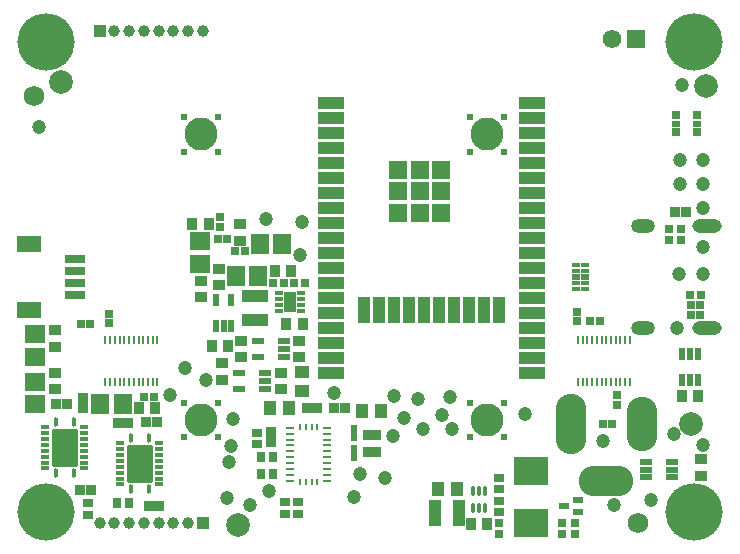
<source format=gts>
G04*
G04 #@! TF.GenerationSoftware,Altium Limited,Altium Designer,21.6.1 (37)*
G04*
G04 Layer_Color=8388736*
%FSLAX44Y44*%
%MOMM*%
G71*
G04*
G04 #@! TF.SameCoordinates,2C954E57-417A-4088-9090-092BEE8FAD55*
G04*
G04*
G04 #@! TF.FilePolarity,Negative*
G04*
G01*
G75*
%ADD52R,0.2500X0.5750*%
%ADD53R,0.6750X0.2500*%
%ADD58R,1.7032X1.5032*%
%ADD59R,1.5032X1.7032*%
%ADD60R,1.1032X1.2032*%
%ADD61R,0.8232X0.8232*%
G04:AMPARAMS|DCode=62|XSize=0.38mm|YSize=0.74mm|CornerRadius=0.13mm|HoleSize=0mm|Usage=FLASHONLY|Rotation=90.000|XOffset=0mm|YOffset=0mm|HoleType=Round|Shape=RoundedRectangle|*
%AMROUNDEDRECTD62*
21,1,0.3800,0.4800,0,0,90.0*
21,1,0.1200,0.7400,0,0,90.0*
1,1,0.2600,0.2400,0.0600*
1,1,0.2600,0.2400,-0.0600*
1,1,0.2600,-0.2400,-0.0600*
1,1,0.2600,-0.2400,0.0600*
%
%ADD62ROUNDEDRECTD62*%
G04:AMPARAMS|DCode=63|XSize=0.39mm|YSize=0.79mm|CornerRadius=0.1325mm|HoleSize=0mm|Usage=FLASHONLY|Rotation=0.000|XOffset=0mm|YOffset=0mm|HoleType=Round|Shape=RoundedRectangle|*
%AMROUNDEDRECTD63*
21,1,0.3900,0.5250,0,0,0.0*
21,1,0.1250,0.7900,0,0,0.0*
1,1,0.2650,0.0625,-0.2625*
1,1,0.2650,-0.0625,-0.2625*
1,1,0.2650,-0.0625,0.2625*
1,1,0.2650,0.0625,0.2625*
%
%ADD63ROUNDEDRECTD63*%
G04:AMPARAMS|DCode=64|XSize=2.19mm|YSize=3.19mm|CornerRadius=0.1213mm|HoleSize=0mm|Usage=FLASHONLY|Rotation=0.000|XOffset=0mm|YOffset=0mm|HoleType=Round|Shape=RoundedRectangle|*
%AMROUNDEDRECTD64*
21,1,2.1900,2.9475,0,0,0.0*
21,1,1.9475,3.1900,0,0,0.0*
1,1,0.2425,0.9738,-1.4738*
1,1,0.2425,-0.9738,-1.4738*
1,1,0.2425,-0.9738,1.4738*
1,1,0.2425,0.9738,1.4738*
%
%ADD64ROUNDEDRECTD64*%
%ADD65R,1.0532X0.5532*%
%ADD66R,0.5532X1.0532*%
%ADD67R,1.0000X0.5000*%
%ADD68R,0.6400X0.4200*%
%ADD69R,1.0400X1.7400*%
%ADD70R,0.5000X1.0000*%
%ADD71C,1.2032*%
%ADD72R,0.8532X0.7532*%
%ADD73R,0.7532X0.8532*%
%ADD74R,1.2032X1.1032*%
%ADD75R,0.7532X0.6532*%
%ADD76R,0.6532X0.7532*%
%ADD77R,0.9132X0.5032*%
%ADD78R,1.0032X2.2032*%
%ADD79R,2.2032X1.0032*%
%ADD80R,0.2500X0.7500*%
%ADD81C,2.0000*%
%ADD82R,0.6500X0.4000*%
%ADD83R,0.6500X0.5000*%
%ADD84R,0.8232X0.8232*%
%ADD85R,0.6232X0.6632*%
%ADD86R,0.7232X0.7232*%
%ADD87R,1.1032X0.9032*%
%ADD88R,0.9032X1.1032*%
%ADD89R,0.7232X0.7232*%
G04:AMPARAMS|DCode=90|XSize=0.4mm|YSize=0.77mm|CornerRadius=0.0995mm|HoleSize=0mm|Usage=FLASHONLY|Rotation=0.000|XOffset=0mm|YOffset=0mm|HoleType=Round|Shape=RoundedRectangle|*
%AMROUNDEDRECTD90*
21,1,0.4000,0.5710,0,0,0.0*
21,1,0.2010,0.7700,0,0,0.0*
1,1,0.1990,0.1005,-0.2855*
1,1,0.1990,-0.1005,-0.2855*
1,1,0.1990,-0.1005,0.2855*
1,1,0.1990,0.1005,0.2855*
%
%ADD90ROUNDEDRECTD90*%
%ADD91R,1.5332X1.5332*%
%ADD92R,1.1032X2.2032*%
%ADD93R,2.2032X1.1032*%
%ADD94R,0.7520X0.7520*%
%ADD95R,0.7520X0.5520*%
%ADD96R,1.6032X0.9532*%
%ADD97R,2.0032X1.4032*%
%ADD98R,1.7532X0.8032*%
%ADD99R,2.9462X2.3622*%
%ADD100O,0.6096X0.6092*%
%ADD101C,4.8500*%
%ADD102C,2.8000*%
%ADD103O,2.0000X1.2000*%
%ADD104O,2.5000X1.2000*%
%ADD105R,1.5712X1.5712*%
%ADD106C,1.5712*%
%ADD107O,4.6000X2.6000*%
%ADD108O,2.6000X5.1000*%
%ADD109O,2.6000X4.6000*%
%ADD110C,2.0032*%
%ADD111R,1.0032X1.0032*%
%ADD112C,1.0032*%
%ADD113C,1.7272*%
%ADD114C,0.6096*%
%ADD115C,0.6080*%
G36*
X367000Y309300D02*
X353700D01*
Y322600D01*
X367000D01*
Y309300D01*
D02*
G37*
G36*
X348650D02*
X335350D01*
Y322600D01*
X348650D01*
Y309300D01*
D02*
G37*
G36*
X330300D02*
X317000D01*
Y322600D01*
X330300D01*
Y309300D01*
D02*
G37*
G36*
X367000Y290950D02*
X353700D01*
Y304250D01*
X367000D01*
Y290950D01*
D02*
G37*
G36*
X348650D02*
X335350D01*
Y304250D01*
X348650D01*
Y290950D01*
D02*
G37*
G36*
X330300D02*
X317000D01*
Y304250D01*
X330300D01*
Y290950D01*
D02*
G37*
G36*
X367000Y272600D02*
X353700D01*
Y285900D01*
X367000D01*
Y272600D01*
D02*
G37*
G36*
X348650D02*
X335350D01*
Y285900D01*
X348650D01*
Y272600D01*
D02*
G37*
G36*
X330300D02*
X317000D01*
Y285900D01*
X330300D01*
Y272600D01*
D02*
G37*
D52*
X240500Y98125D02*
D03*
X245500D02*
D03*
X250500D02*
D03*
X255500D02*
D03*
Y51875D02*
D03*
X250500D02*
D03*
X245500D02*
D03*
X240500D02*
D03*
D53*
X232375Y52500D02*
D03*
Y57500D02*
D03*
Y62500D02*
D03*
Y67500D02*
D03*
Y72500D02*
D03*
Y77500D02*
D03*
Y82500D02*
D03*
Y87500D02*
D03*
Y92500D02*
D03*
Y97500D02*
D03*
X263625Y92500D02*
D03*
Y87500D02*
D03*
Y82500D02*
D03*
Y77500D02*
D03*
Y72500D02*
D03*
Y67500D02*
D03*
Y62500D02*
D03*
Y57500D02*
D03*
Y52500D02*
D03*
Y97500D02*
D03*
D58*
X16000Y117500D02*
D03*
Y136500D02*
D03*
Y157500D02*
D03*
Y176500D02*
D03*
X156000Y236500D02*
D03*
Y255500D02*
D03*
D59*
X71526Y117602D02*
D03*
X90526D02*
D03*
X205500Y226000D02*
D03*
X186500D02*
D03*
X225500Y253000D02*
D03*
X206500D02*
D03*
D60*
X309000Y112000D02*
D03*
X293000D02*
D03*
X215000Y114000D02*
D03*
X231000D02*
D03*
X357888Y45212D02*
D03*
X373888D02*
D03*
D61*
X269500Y114000D02*
D03*
X278500D02*
D03*
X63500Y45000D02*
D03*
X54500D02*
D03*
X43000Y118000D02*
D03*
X34000D02*
D03*
X121500Y31000D02*
D03*
X112500D02*
D03*
X95432Y101854D02*
D03*
X86432D02*
D03*
X119490Y102362D02*
D03*
X110490D02*
D03*
X255500Y114000D02*
D03*
X246500D02*
D03*
X558364Y280162D02*
D03*
X567364D02*
D03*
D62*
X25000Y98000D02*
D03*
Y93000D02*
D03*
Y88000D02*
D03*
Y83000D02*
D03*
Y78000D02*
D03*
Y73000D02*
D03*
Y68000D02*
D03*
X58000Y63000D02*
D03*
Y68000D02*
D03*
Y73000D02*
D03*
Y78000D02*
D03*
Y83000D02*
D03*
Y88000D02*
D03*
Y93000D02*
D03*
X25000Y63000D02*
D03*
X58000Y98000D02*
D03*
X88500Y84500D02*
D03*
Y79500D02*
D03*
Y74500D02*
D03*
Y69500D02*
D03*
Y64500D02*
D03*
Y59500D02*
D03*
Y54500D02*
D03*
X121500Y49500D02*
D03*
Y54500D02*
D03*
Y59500D02*
D03*
Y64500D02*
D03*
Y69500D02*
D03*
Y74500D02*
D03*
Y79500D02*
D03*
X88500Y49500D02*
D03*
X121500Y84500D02*
D03*
D63*
X49000Y102000D02*
D03*
X34000D02*
D03*
X49000Y59000D02*
D03*
X34000D02*
D03*
X112500Y88500D02*
D03*
X97500D02*
D03*
X112500Y45500D02*
D03*
X97500D02*
D03*
D64*
X41500Y80500D02*
D03*
X105000Y67000D02*
D03*
D65*
X533677Y68466D02*
D03*
Y61966D02*
D03*
Y55466D02*
D03*
X555677D02*
D03*
Y61966D02*
D03*
Y68466D02*
D03*
D66*
X577500Y160000D02*
D03*
X571000D02*
D03*
X564500D02*
D03*
Y138000D02*
D03*
X571000D02*
D03*
X577500D02*
D03*
D67*
X189000Y143500D02*
D03*
X211000D02*
D03*
X189000Y130500D02*
D03*
X211000D02*
D03*
Y137000D02*
D03*
X227000Y164000D02*
D03*
Y157500D02*
D03*
X205000D02*
D03*
X227000Y170500D02*
D03*
X205000D02*
D03*
D68*
X222500Y211500D02*
D03*
Y206500D02*
D03*
Y201500D02*
D03*
Y196500D02*
D03*
X241500Y211500D02*
D03*
Y206500D02*
D03*
Y201500D02*
D03*
Y196500D02*
D03*
D69*
X232000Y204000D02*
D03*
D70*
X182500Y206000D02*
D03*
Y184000D02*
D03*
X169500Y206000D02*
D03*
Y184000D02*
D03*
X176000D02*
D03*
D71*
X582190Y303826D02*
D03*
Y283826D02*
D03*
X562190Y303826D02*
D03*
Y323826D02*
D03*
X582190D02*
D03*
X344424Y96266D02*
D03*
X291718Y58510D02*
D03*
X242378Y271979D02*
D03*
X360803Y108584D02*
D03*
X312794Y54858D02*
D03*
X367284Y123444D02*
D03*
X341000Y122000D02*
D03*
X328700Y105499D02*
D03*
X582291Y227330D02*
D03*
X319686Y90864D02*
D03*
X582291Y250777D02*
D03*
X180602Y68454D02*
D03*
X320328Y124069D02*
D03*
X564000Y388000D02*
D03*
X182644Y82103D02*
D03*
X269240Y127000D02*
D03*
X143000Y148000D02*
D03*
X537858Y36186D02*
D03*
X582190Y82550D02*
D03*
X561340Y227330D02*
D03*
X130412Y124877D02*
D03*
X212321Y273958D02*
D03*
X369000Y96000D02*
D03*
X184000Y105000D02*
D03*
X431325Y109230D02*
D03*
X240627Y244018D02*
D03*
X286766Y39116D02*
D03*
X214389Y43639D02*
D03*
X160919Y138035D02*
D03*
X506250Y31662D02*
D03*
X557490Y92495D02*
D03*
X497000Y86000D02*
D03*
X20000Y352000D02*
D03*
X179008Y38414D02*
D03*
X198707Y31828D02*
D03*
X560068Y182000D02*
D03*
D72*
X61000Y34000D02*
D03*
Y24000D02*
D03*
X238593Y34569D02*
D03*
Y24569D02*
D03*
X227928Y34569D02*
D03*
Y24569D02*
D03*
X204216Y83392D02*
D03*
Y93392D02*
D03*
X408940Y35734D02*
D03*
Y25734D02*
D03*
Y55292D02*
D03*
Y45292D02*
D03*
D73*
X86000Y34000D02*
D03*
X96000D02*
D03*
X217598Y72390D02*
D03*
X207598D02*
D03*
X217500Y58420D02*
D03*
X207500D02*
D03*
D74*
X242000Y129000D02*
D03*
Y145000D02*
D03*
D75*
X409448Y7874D02*
D03*
Y16874D02*
D03*
X462788Y7874D02*
D03*
Y16874D02*
D03*
X473202Y7874D02*
D03*
Y16874D02*
D03*
X552993Y265493D02*
D03*
Y256493D02*
D03*
X562993Y265493D02*
D03*
Y256493D02*
D03*
D76*
X571086Y210268D02*
D03*
X580086D02*
D03*
X235500Y220000D02*
D03*
X244500D02*
D03*
X218000D02*
D03*
X227000D02*
D03*
D77*
X463796Y31162D02*
D03*
X475996Y36162D02*
D03*
Y26162D02*
D03*
D78*
X354998Y25146D02*
D03*
X374998D02*
D03*
D79*
X203000Y209000D02*
D03*
Y189000D02*
D03*
D80*
X76000Y172130D02*
D03*
X80000D02*
D03*
X84000D02*
D03*
X88000D02*
D03*
X92000D02*
D03*
X96000D02*
D03*
X100000D02*
D03*
X104000D02*
D03*
X108000D02*
D03*
X112000D02*
D03*
X116000D02*
D03*
X120000D02*
D03*
X76000Y136630D02*
D03*
X80000D02*
D03*
X84000D02*
D03*
X88000D02*
D03*
X92000D02*
D03*
X96000D02*
D03*
X100000D02*
D03*
X104000D02*
D03*
X108000D02*
D03*
X112000D02*
D03*
X116000D02*
D03*
X120000D02*
D03*
X476000Y172130D02*
D03*
X480000D02*
D03*
X484000D02*
D03*
X488000D02*
D03*
X492000D02*
D03*
X496000D02*
D03*
X500000D02*
D03*
X504000D02*
D03*
X508000D02*
D03*
X512000D02*
D03*
X516000D02*
D03*
X520000D02*
D03*
X476000Y136630D02*
D03*
X480000D02*
D03*
X484000D02*
D03*
X488000D02*
D03*
X492000D02*
D03*
X496000D02*
D03*
X500000D02*
D03*
X504000D02*
D03*
X508000D02*
D03*
X512000D02*
D03*
X516000D02*
D03*
X520000D02*
D03*
D81*
X38000Y390500D02*
D03*
X187960Y15240D02*
D03*
X584767Y387000D02*
D03*
D82*
X481900Y215000D02*
D03*
Y220000D02*
D03*
Y230000D02*
D03*
Y235000D02*
D03*
X474100D02*
D03*
Y230000D02*
D03*
Y220000D02*
D03*
Y215000D02*
D03*
D83*
X481900Y225000D02*
D03*
X474100D02*
D03*
D84*
X57150Y122792D02*
D03*
Y113792D02*
D03*
X216000Y85000D02*
D03*
Y94000D02*
D03*
D85*
X286250Y96500D02*
D03*
Y89900D02*
D03*
X286250Y72900D02*
D03*
Y79500D02*
D03*
D86*
X505000Y101000D02*
D03*
X497000D02*
D03*
X579586Y201632D02*
D03*
X571586D02*
D03*
X579513Y192819D02*
D03*
X571513D02*
D03*
X116776Y123698D02*
D03*
X108776D02*
D03*
X55000Y185000D02*
D03*
X63000D02*
D03*
X494500Y187500D02*
D03*
X486500D02*
D03*
X194014Y246844D02*
D03*
X186014D02*
D03*
X179000Y257000D02*
D03*
X171000D02*
D03*
D87*
X175000Y138000D02*
D03*
Y152000D02*
D03*
X225000Y144000D02*
D03*
Y130000D02*
D03*
X33000Y166000D02*
D03*
Y180000D02*
D03*
X33000Y144000D02*
D03*
Y130000D02*
D03*
X157000Y222000D02*
D03*
Y208000D02*
D03*
X191000Y157000D02*
D03*
Y171000D02*
D03*
X240000Y171000D02*
D03*
Y157000D02*
D03*
X580000Y71000D02*
D03*
Y57000D02*
D03*
X190000Y256000D02*
D03*
Y270000D02*
D03*
X172000Y232000D02*
D03*
Y218000D02*
D03*
D88*
X103998Y114046D02*
D03*
X117998D02*
D03*
X219473Y230456D02*
D03*
X233473D02*
D03*
X229000Y185000D02*
D03*
X243000D02*
D03*
X166000Y167000D02*
D03*
X180000D02*
D03*
X385176Y16256D02*
D03*
X399176D02*
D03*
X578000Y124000D02*
D03*
X564000D02*
D03*
X163486Y269704D02*
D03*
X149486D02*
D03*
D89*
X79000Y194000D02*
D03*
Y186000D02*
D03*
X508762Y116904D02*
D03*
Y124904D02*
D03*
X474980Y195770D02*
D03*
Y187770D02*
D03*
X172900Y275500D02*
D03*
Y267500D02*
D03*
D90*
X397350Y29142D02*
D03*
X387350D02*
D03*
Y43942D02*
D03*
X392350D02*
D03*
X397350D02*
D03*
X392350Y29142D02*
D03*
D91*
X342000Y279250D02*
D03*
X323650D02*
D03*
X360350Y297600D02*
D03*
X342000D02*
D03*
X323650D02*
D03*
X360350Y315950D02*
D03*
X342000D02*
D03*
X323650D02*
D03*
X360350Y279250D02*
D03*
D92*
X409150Y197500D02*
D03*
X396450D02*
D03*
X383750D02*
D03*
X371050D02*
D03*
X358350D02*
D03*
X345650D02*
D03*
X332950D02*
D03*
X320250D02*
D03*
X307550D02*
D03*
X294850D02*
D03*
D93*
X267000Y207500D02*
D03*
Y220200D02*
D03*
Y232900D02*
D03*
Y245600D02*
D03*
Y258300D02*
D03*
Y271000D02*
D03*
Y283700D02*
D03*
Y296400D02*
D03*
Y309100D02*
D03*
Y321800D02*
D03*
Y334500D02*
D03*
Y347200D02*
D03*
Y359900D02*
D03*
Y372600D02*
D03*
X437000D02*
D03*
Y359900D02*
D03*
Y347200D02*
D03*
Y334500D02*
D03*
Y321800D02*
D03*
Y309100D02*
D03*
Y296400D02*
D03*
Y283700D02*
D03*
Y271000D02*
D03*
Y258300D02*
D03*
Y245600D02*
D03*
Y232900D02*
D03*
Y220200D02*
D03*
Y207500D02*
D03*
Y182100D02*
D03*
Y169400D02*
D03*
Y156700D02*
D03*
Y144000D02*
D03*
X267000D02*
D03*
Y156700D02*
D03*
Y169400D02*
D03*
Y182100D02*
D03*
Y194800D02*
D03*
X437000D02*
D03*
D94*
X577000Y362500D02*
D03*
Y347500D02*
D03*
X559000D02*
D03*
Y362500D02*
D03*
D95*
X577000Y355000D02*
D03*
X559000D02*
D03*
D96*
X301500Y91750D02*
D03*
Y77150D02*
D03*
D97*
X11625Y197000D02*
D03*
Y253000D02*
D03*
D98*
X50375Y240000D02*
D03*
Y230000D02*
D03*
Y220000D02*
D03*
Y210000D02*
D03*
D99*
X436372Y17016D02*
D03*
Y61216D02*
D03*
D100*
X41500Y93250D02*
D03*
X41500Y67750D02*
D03*
X33750Y80500D02*
D03*
X49250D02*
D03*
X105000Y79750D02*
D03*
X105000Y54250D02*
D03*
X97250Y67000D02*
D03*
X112750D02*
D03*
D101*
X574000Y424000D02*
D03*
X26000Y26000D02*
D03*
X574000D02*
D03*
X26000Y424000D02*
D03*
D102*
X157000Y346000D02*
D03*
X399000D02*
D03*
Y104000D02*
D03*
X157000D02*
D03*
D103*
X531509Y268262D02*
D03*
Y181862D02*
D03*
D104*
X585109Y268262D02*
D03*
Y181862D02*
D03*
D105*
X525000Y427000D02*
D03*
D106*
X505000D02*
D03*
D107*
X499750Y52750D02*
D03*
D108*
X470000Y101000D02*
D03*
D109*
X530000Y101000D02*
D03*
D110*
X571750Y101000D02*
D03*
D111*
X71000Y433000D02*
D03*
X158500Y17000D02*
D03*
D112*
X83500Y433000D02*
D03*
X96000D02*
D03*
X108500D02*
D03*
X121000D02*
D03*
X133500D02*
D03*
X146000D02*
D03*
X158500D02*
D03*
X121000Y17000D02*
D03*
X108500D02*
D03*
X133500D02*
D03*
X146000D02*
D03*
X83500D02*
D03*
X96000D02*
D03*
X71000D02*
D03*
D113*
X527074Y17121D02*
D03*
X15865Y378393D02*
D03*
D114*
X232000Y199000D02*
D03*
Y209000D02*
D03*
D115*
X171672Y360672D02*
D03*
X142327Y331328D02*
D03*
Y360672D02*
D03*
X171672Y331328D02*
D03*
X413672Y360672D02*
D03*
X384328Y331328D02*
D03*
Y360672D02*
D03*
X413672Y331328D02*
D03*
Y118673D02*
D03*
X384328Y89328D02*
D03*
Y118673D02*
D03*
X413672Y89328D02*
D03*
X171672Y118673D02*
D03*
X142327Y89328D02*
D03*
Y118673D02*
D03*
X171672Y89328D02*
D03*
M02*

</source>
